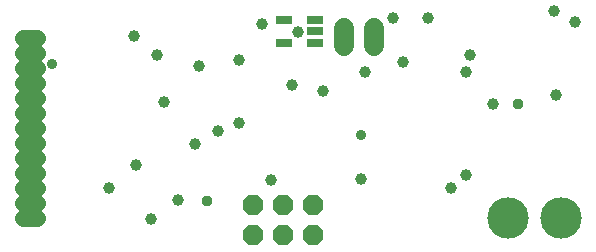
<source format=gbs>
G75*
%MOIN*%
%OFA0B0*%
%FSLAX25Y25*%
%IPPOS*%
%LPD*%
%AMOC8*
5,1,8,0,0,1.08239X$1,22.5*
%
%ADD10OC8,0.06800*%
%ADD11C,0.05556*%
%ADD12C,0.06800*%
%ADD13C,0.13800*%
%ADD14R,0.05524X0.02965*%
%ADD15C,0.03600*%
%ADD16C,0.03900*%
%ADD17C,0.03700*%
D10*
X0100406Y0015167D03*
X0110406Y0015167D03*
X0120406Y0015167D03*
X0120406Y0025167D03*
X0110406Y0025167D03*
X0100406Y0025167D03*
D11*
X0028471Y0020957D02*
X0023715Y0020957D01*
X0023715Y0025957D02*
X0028471Y0025957D01*
X0028471Y0030957D02*
X0023715Y0030957D01*
X0023715Y0035957D02*
X0028471Y0035957D01*
X0028471Y0040957D02*
X0023715Y0040957D01*
X0023715Y0045957D02*
X0028471Y0045957D01*
X0028471Y0050957D02*
X0023715Y0050957D01*
X0023715Y0055957D02*
X0028471Y0055957D01*
X0028471Y0060957D02*
X0023715Y0060957D01*
X0023715Y0065957D02*
X0028471Y0065957D01*
X0028471Y0070957D02*
X0023715Y0070957D01*
X0023715Y0075957D02*
X0028471Y0075957D01*
X0028471Y0080957D02*
X0023715Y0080957D01*
D12*
X0130979Y0078177D02*
X0130979Y0084177D01*
X0140979Y0084177D02*
X0140979Y0078177D01*
D13*
X0185555Y0020807D03*
X0203186Y0020801D03*
D14*
X0121143Y0079268D03*
X0121143Y0083008D03*
X0121143Y0086749D03*
X0110907Y0086749D03*
X0110907Y0079268D03*
D15*
X0136580Y0048422D03*
X0033680Y0072222D03*
D16*
X0060980Y0081322D03*
X0068680Y0075022D03*
X0082680Y0071522D03*
X0095980Y0073622D03*
X0113480Y0065222D03*
X0123980Y0063122D03*
X0137980Y0069422D03*
X0150580Y0072922D03*
X0171580Y0069422D03*
X0172980Y0075022D03*
X0158980Y0087622D03*
X0147080Y0087622D03*
X0115580Y0082722D03*
X0103680Y0085522D03*
X0070780Y0059622D03*
X0088980Y0049822D03*
X0095980Y0052622D03*
X0081280Y0045622D03*
X0061680Y0038622D03*
X0052580Y0030922D03*
X0075380Y0026722D03*
X0066580Y0020422D03*
X0106580Y0033622D03*
X0136580Y0033722D03*
X0166680Y0030922D03*
X0171580Y0035122D03*
X0180680Y0058922D03*
X0201680Y0061722D03*
X0207980Y0086222D03*
X0200980Y0089722D03*
D17*
X0188912Y0058785D03*
X0085180Y0026322D03*
M02*

</source>
